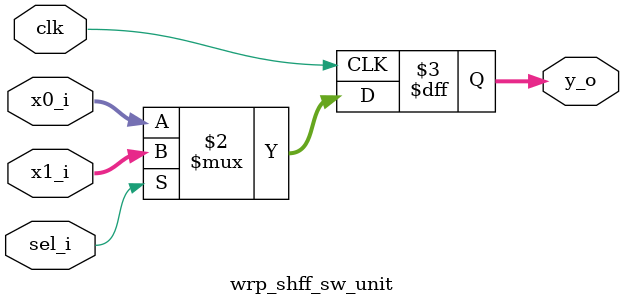
<source format=v>

`timescale 1 ns/1 ps
module wrp_shff_sw_unit
#(parameter BITWIDTH = 64)
(
	input         clk,
	input                 sel_i,
	input  [BITWIDTH-1:0] x0_i,
	input  [BITWIDTH-1:0] x1_i,
	output reg [BITWIDTH-1:0] y_o
);


// one stage register for input
//reg  sel_s;
//reg  [BITWIDTH-1:0] x0_s;
//reg  [BITWIDTH-1:0] x1_s;


//----------------------------------------
// switching core
//----------------------------------------
always @(posedge clk) begin

	// register inputs
	//sel_s <= sel_i;
	//x0_s  <= x0_i;
	//x1_s  <= x1_i;
	
	// output
	//y_o <= sel_s? x1_s : x0_s;
	
	y_o <= sel_i? x1_i : x0_i;

end	

endmodule

</source>
